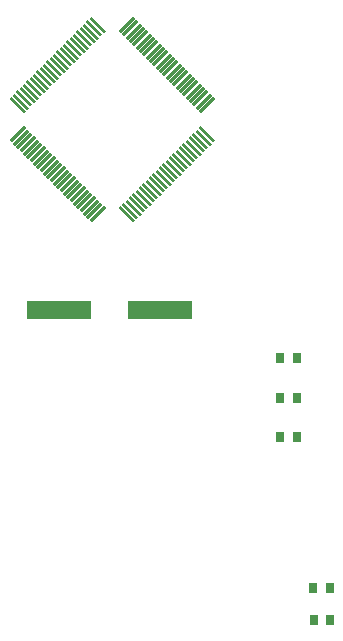
<source format=gtp>
%FSLAX44Y44*%
%MOMM*%
G71*
G01*
G75*
G04 Layer_Color=8421504*
%ADD10C,0.2540*%
%ADD11R,2.0320X2.0320*%
%ADD12R,5.5000X1.5000*%
G04:AMPARAMS|DCode=13|XSize=0.24mm|YSize=1.8mm|CornerRadius=0mm|HoleSize=0mm|Usage=FLASHONLY|Rotation=315.000|XOffset=0mm|YOffset=0mm|HoleType=Round|Shape=Round|*
%AMOVALD13*
21,1,1.5600,0.2400,0.0000,0.0000,45.0*
1,1,0.2400,-0.5515,-0.5515*
1,1,0.2400,0.5515,0.5515*
%
%ADD13OVALD13*%

G04:AMPARAMS|DCode=14|XSize=0.24mm|YSize=1.8mm|CornerRadius=0mm|HoleSize=0mm|Usage=FLASHONLY|Rotation=225.000|XOffset=0mm|YOffset=0mm|HoleType=Round|Shape=Round|*
%AMOVALD14*
21,1,1.5600,0.2400,0.0000,0.0000,315.0*
1,1,0.2400,-0.5515,0.5515*
1,1,0.2400,0.5515,-0.5515*
%
%ADD14OVALD14*%

%ADD15R,0.8000X0.9000*%
%ADD16P,2.8737X4X285.0*%
%ADD17P,2.8737X4X345.0*%
%ADD18C,0.4000*%
%ADD19C,0.2000*%
%ADD20C,0.7000*%
%ADD21C,0.5000*%
%ADD22C,0.3000*%
%ADD23C,1.2000*%
G04:AMPARAMS|DCode=24|XSize=1.9mm|YSize=1.1mm|CornerRadius=0mm|HoleSize=0mm|Usage=FLASHONLY|Rotation=90.000|XOffset=0mm|YOffset=0mm|HoleType=Round|Shape=Octagon|*
%AMOCTAGOND24*
4,1,8,0.2750,0.9500,-0.2750,0.9500,-0.5500,0.6750,-0.5500,-0.6750,-0.2750,-0.9500,0.2750,-0.9500,0.5500,-0.6750,0.5500,0.6750,0.2750,0.9500,0.0*
%
%ADD24OCTAGOND24*%

%ADD25O,1.1500X1.2500*%
%ADD26C,1.3000*%
%ADD27C,1.5000*%
%ADD28C,1.7000*%
%ADD29C,4.8260*%
%ADD30C,1.5240*%
%ADD31R,1.5240X1.5240*%
%ADD32R,1.5000X1.5000*%
%ADD33C,0.8000*%
%ADD34C,1.2700*%
%ADD35C,3.8000*%
%ADD36C,3.3020*%
G04:AMPARAMS|DCode=37|XSize=0.9mm|YSize=0.8mm|CornerRadius=0mm|HoleSize=0mm|Usage=FLASHONLY|Rotation=45.000|XOffset=0mm|YOffset=0mm|HoleType=Round|Shape=Rectangle|*
%AMROTATEDRECTD37*
4,1,4,-0.0354,-0.6010,-0.6010,-0.0354,0.0354,0.6010,0.6010,0.0354,-0.0354,-0.6010,0.0*
%
%ADD37ROTATEDRECTD37*%

G04:AMPARAMS|DCode=38|XSize=0.9mm|YSize=0.8mm|CornerRadius=0mm|HoleSize=0mm|Usage=FLASHONLY|Rotation=315.000|XOffset=0mm|YOffset=0mm|HoleType=Round|Shape=Rectangle|*
%AMROTATEDRECTD38*
4,1,4,-0.6010,0.0354,-0.0354,0.6010,0.6010,-0.0354,0.0354,-0.6010,-0.6010,0.0354,0.0*
%
%ADD38ROTATEDRECTD38*%

G04:AMPARAMS|DCode=39|XSize=1.8mm|YSize=1.3mm|CornerRadius=0mm|HoleSize=0mm|Usage=FLASHONLY|Rotation=45.000|XOffset=0mm|YOffset=0mm|HoleType=Round|Shape=Rectangle|*
%AMROTATEDRECTD39*
4,1,4,-0.1768,-1.0960,-1.0960,-0.1768,0.1768,1.0960,1.0960,0.1768,-0.1768,-1.0960,0.0*
%
%ADD39ROTATEDRECTD39*%

G04:AMPARAMS|DCode=40|XSize=0.65mm|YSize=0.9mm|CornerRadius=0mm|HoleSize=0mm|Usage=FLASHONLY|Rotation=60.000|XOffset=0mm|YOffset=0mm|HoleType=Round|Shape=Rectangle|*
%AMROTATEDRECTD40*
4,1,4,0.2272,-0.5065,-0.5522,-0.0565,-0.2272,0.5065,0.5522,0.0565,0.2272,-0.5065,0.0*
%
%ADD40ROTATEDRECTD40*%

%ADD41R,1.6000X2.7000*%
%ADD42R,0.9000X0.8000*%
%ADD43R,1.1000X0.6500*%
G04:AMPARAMS|DCode=44|XSize=0.9mm|YSize=0.8mm|CornerRadius=0mm|HoleSize=0mm|Usage=FLASHONLY|Rotation=210.000|XOffset=0mm|YOffset=0mm|HoleType=Round|Shape=Rectangle|*
%AMROTATEDRECTD44*
4,1,4,0.1897,0.5714,0.5897,-0.1214,-0.1897,-0.5714,-0.5897,0.1214,0.1897,0.5714,0.0*
%
%ADD44ROTATEDRECTD44*%

G04:AMPARAMS|DCode=45|XSize=0.9mm|YSize=0.8mm|CornerRadius=0mm|HoleSize=0mm|Usage=FLASHONLY|Rotation=330.000|XOffset=0mm|YOffset=0mm|HoleType=Round|Shape=Rectangle|*
%AMROTATEDRECTD45*
4,1,4,-0.5897,-0.1214,-0.1897,0.5714,0.5897,0.1214,0.1897,-0.5714,-0.5897,-0.1214,0.0*
%
%ADD45ROTATEDRECTD45*%

%ADD46R,0.6500X0.9000*%
G04:AMPARAMS|DCode=47|XSize=0.65mm|YSize=0.9mm|CornerRadius=0mm|HoleSize=0mm|Usage=FLASHONLY|Rotation=300.000|XOffset=0mm|YOffset=0mm|HoleType=Round|Shape=Rectangle|*
%AMROTATEDRECTD47*
4,1,4,-0.5522,0.0565,0.2272,0.5065,0.5522,-0.0565,-0.2272,-0.5065,-0.5522,0.0565,0.0*
%
%ADD47ROTATEDRECTD47*%

%ADD48R,0.4000X1.5500*%
%ADD49R,2.9000X1.9000*%
G04:AMPARAMS|DCode=50|XSize=0.9mm|YSize=0.8mm|CornerRadius=0mm|HoleSize=0mm|Usage=FLASHONLY|Rotation=120.000|XOffset=0mm|YOffset=0mm|HoleType=Round|Shape=Rectangle|*
%AMROTATEDRECTD50*
4,1,4,0.5714,-0.1897,-0.1214,-0.5897,-0.5714,0.1897,0.1214,0.5897,0.5714,-0.1897,0.0*
%
%ADD50ROTATEDRECTD50*%

G04:AMPARAMS|DCode=51|XSize=0.9mm|YSize=0.8mm|CornerRadius=0mm|HoleSize=0mm|Usage=FLASHONLY|Rotation=240.000|XOffset=0mm|YOffset=0mm|HoleType=Round|Shape=Rectangle|*
%AMROTATEDRECTD51*
4,1,4,-0.1214,0.5897,0.5714,0.1897,0.1214,-0.5897,-0.5714,-0.1897,-0.1214,0.5897,0.0*
%
%ADD51ROTATEDRECTD51*%

%ADD52C,0.9000*%
%ADD53R,0.1200X0.2200*%
%ADD54C,0.2500*%
%ADD55C,0.6000*%
%ADD56C,0.2032*%
%ADD57C,0.1500*%
%ADD58C,0.1200*%
%ADD59C,0.1000*%
%ADD60C,0.1300*%
%ADD61C,0.1100*%
D12*
X-43000Y388300D02*
D03*
X43000D02*
D03*
D13*
X82657Y561574D02*
D03*
X79828Y564403D02*
D03*
X77000Y567231D02*
D03*
X74171Y570060D02*
D03*
X71343Y572888D02*
D03*
X68514Y575717D02*
D03*
X65686Y578545D02*
D03*
X62858Y581373D02*
D03*
X60029Y584202D02*
D03*
X57201Y587030D02*
D03*
X54372Y589859D02*
D03*
X51544Y592687D02*
D03*
X48716Y595516D02*
D03*
X45887Y598344D02*
D03*
X43059Y601172D02*
D03*
X40230Y604001D02*
D03*
X37402Y606829D02*
D03*
X34573Y609658D02*
D03*
X31745Y612486D02*
D03*
X28916Y615314D02*
D03*
X26088Y618143D02*
D03*
X23260Y620971D02*
D03*
X20431Y623800D02*
D03*
X17603Y626628D02*
D03*
X14774Y629457D02*
D03*
X-77857Y536826D02*
D03*
X-75028Y533997D02*
D03*
X-72200Y531169D02*
D03*
X-69371Y528340D02*
D03*
X-66543Y525512D02*
D03*
X-63714Y522683D02*
D03*
X-60886Y519855D02*
D03*
X-58058Y517027D02*
D03*
X-55229Y514198D02*
D03*
X-52401Y511370D02*
D03*
X-49572Y508541D02*
D03*
X-46744Y505713D02*
D03*
X-43916Y502884D02*
D03*
X-41087Y500056D02*
D03*
X-38259Y497228D02*
D03*
X-35430Y494399D02*
D03*
X-32602Y491571D02*
D03*
X-29773Y488742D02*
D03*
X-26945Y485914D02*
D03*
X-24116Y483086D02*
D03*
X-21288Y480257D02*
D03*
X-18460Y477429D02*
D03*
X-15631Y474600D02*
D03*
X-12803Y471772D02*
D03*
X-9974Y468943D02*
D03*
D14*
Y629457D02*
D03*
X-12803Y626628D02*
D03*
X-15631Y623800D02*
D03*
X-18460Y620971D02*
D03*
X-21288Y618143D02*
D03*
X-24116Y615315D02*
D03*
X-26945Y612486D02*
D03*
X-29773Y609658D02*
D03*
X-32602Y606829D02*
D03*
X-35430Y604001D02*
D03*
X-38259Y601172D02*
D03*
X-41087Y598344D02*
D03*
X-43916Y595516D02*
D03*
X-46744Y592687D02*
D03*
X-49572Y589859D02*
D03*
X-52401Y587030D02*
D03*
X-55229Y584202D02*
D03*
X-58058Y581373D02*
D03*
X-60886Y578545D02*
D03*
X-63714Y575717D02*
D03*
X-66543Y572888D02*
D03*
X-69371Y570060D02*
D03*
X-72200Y567231D02*
D03*
X-75028Y564403D02*
D03*
X-77857Y561574D02*
D03*
X14774Y468943D02*
D03*
X17603Y471772D02*
D03*
X20431Y474600D02*
D03*
X23260Y477429D02*
D03*
X26088Y480257D02*
D03*
X28916Y483086D02*
D03*
X31745Y485914D02*
D03*
X34573Y488742D02*
D03*
X37402Y491571D02*
D03*
X40230Y494399D02*
D03*
X43059Y497228D02*
D03*
X45887Y500056D02*
D03*
X48716Y502884D02*
D03*
X51544Y505713D02*
D03*
X54372Y508541D02*
D03*
X57201Y511370D02*
D03*
X60029Y514198D02*
D03*
X62858Y517027D02*
D03*
X65686Y519855D02*
D03*
X68514Y522684D02*
D03*
X71343Y525512D02*
D03*
X74171Y528340D02*
D03*
X77000Y531169D02*
D03*
X79828Y533997D02*
D03*
X82657Y536826D02*
D03*
D15*
X144500Y347000D02*
D03*
X158500D02*
D03*
X144500Y313800D02*
D03*
X158500D02*
D03*
X144500Y280100D02*
D03*
X158500D02*
D03*
X187100Y125200D02*
D03*
X173100D02*
D03*
X186700Y152700D02*
D03*
X172700D02*
D03*
M02*

</source>
